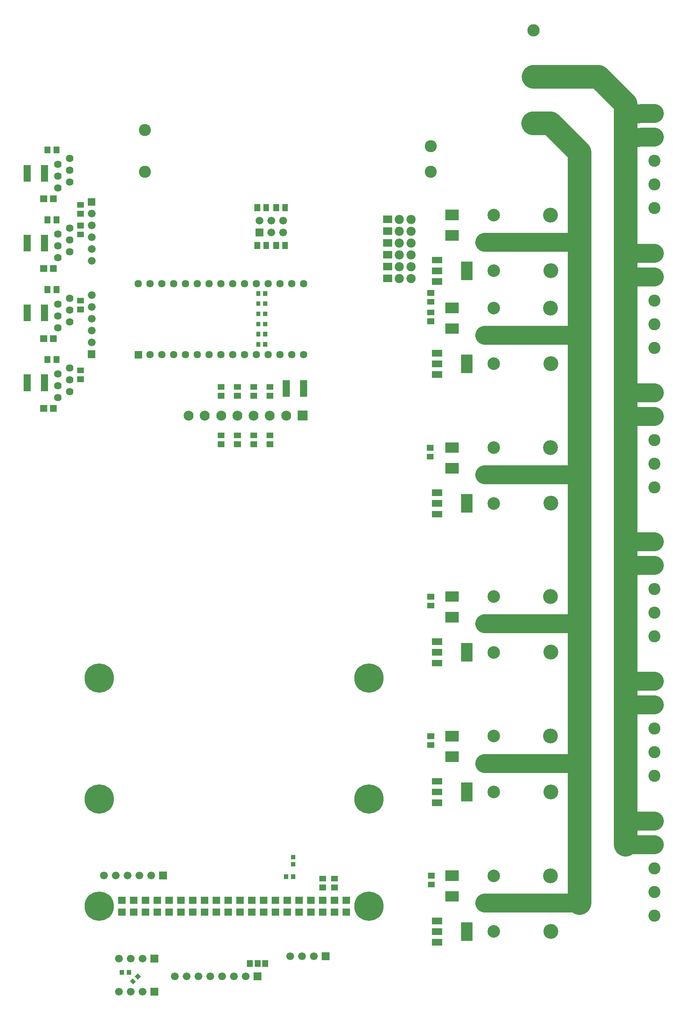
<source format=gbs>
G04 Layer: BottomSolderMaskLayer*
G04 EasyEDA v6.5.9, 2022-07-29 15:52:37*
G04 80419b3afb544e71809359e13b9e66d5,1d0123f043c44c6e98dfa3af7fe3442e,10*
G04 Gerber Generator version 0.2*
G04 Scale: 100 percent, Rotated: No, Reflected: No *
G04 Dimensions in millimeters *
G04 leading zeros omitted , absolute positions ,4 integer and 5 decimal *
%FSLAX45Y45*%
%MOMM*%

%ADD10C,4.1016*%
%ADD11C,5.1016*%
%ADD12C,3.2032*%
%ADD13C,1.6764*%
%ADD14C,2.6416*%
%ADD15C,1.9766*%
%ADD16C,2.7032*%
%ADD17C,2.6016*%
%ADD18C,1.6256*%
%ADD19C,6.3017*%
%ADD20C,2.1336*%
%ADD21C,1.6096*%
%ADD22C,2.6000*%
%ADD23C,0.0106*%

%LPD*%
D10*
X13799997Y3823995D02*
G01*
X13182600Y3823995D01*
X13799997Y4331995D02*
G01*
X13182600Y4331995D01*
X13800074Y6823963D02*
G01*
X13182600Y6824979D01*
X13800074Y7331963D02*
G01*
X13182600Y7331963D01*
X13800000Y9824001D02*
G01*
X13182600Y9824001D01*
X13182600Y9815827D01*
X13800000Y10332001D02*
G01*
X13182600Y10332001D01*
X13182600Y10337195D01*
X13800000Y13023999D02*
G01*
X13182600Y13023999D01*
X13182600Y13017563D01*
X13800074Y13532104D02*
G01*
X13182600Y13533881D01*
X13800074Y16024097D02*
G01*
X13182600Y16022066D01*
X13800074Y16532097D02*
G01*
X13182600Y16530066D01*
X13800074Y19532092D02*
G01*
X13182600Y19530821D01*
X13800074Y19024092D02*
G01*
X13182600Y19022821D01*
X10150017Y14767991D02*
G01*
X12192000Y14767991D01*
X10150017Y11767997D02*
G01*
X12192000Y11767997D01*
X10150017Y8568004D02*
G01*
X12192000Y8568004D01*
X10150017Y5568010D02*
G01*
X12192000Y5568010D01*
X10150017Y2567990D02*
G01*
X12192000Y2567990D01*
X10150017Y16767987D02*
G01*
X12192000Y16767987D01*
D11*
X11201400Y20320000D02*
G01*
X12598400Y20320000D01*
X13182600Y19735800D01*
X13182600Y3822692D01*
X11197793Y19320002D02*
G01*
X11566397Y19320002D01*
X12192000Y18694400D01*
X12192000Y2565394D01*
D12*
X10150017Y5568010D02*
G01*
X10150017Y5568010D01*
X10150017Y2567990D02*
G01*
X10150017Y2567990D01*
X10150017Y16767987D02*
G01*
X10150017Y16767987D01*
X10150017Y14767991D02*
G01*
X10150017Y14767991D01*
X10150017Y11767997D02*
G01*
X10150017Y11767997D01*
X10150017Y8568004D02*
G01*
X10150017Y8568004D01*
G36*
X2590291Y820165D02*
G01*
X2521965Y888492D01*
X2586227Y952754D01*
X2654554Y884428D01*
G37*
G36*
X2696972Y926845D02*
G01*
X2628645Y995171D01*
X2692908Y1059434D01*
X2761234Y991107D01*
G37*
G36*
X2455672Y1031239D02*
G01*
X2455672Y1127760D01*
X2546350Y1127760D01*
X2546350Y1031239D01*
G37*
G36*
X2305050Y1031239D02*
G01*
X2305050Y1127760D01*
X2395727Y1127760D01*
X2395727Y1031239D01*
G37*
G36*
X6847586Y3031997D02*
G01*
X6847586Y3155442D01*
X6995413Y3155442D01*
X6995413Y3031997D01*
G37*
G36*
X6847586Y2838957D02*
G01*
X6847586Y2962402D01*
X6995413Y2962402D01*
X6995413Y2838957D01*
G37*
G36*
X6593586Y3031997D02*
G01*
X6593586Y3155442D01*
X6741413Y3155442D01*
X6741413Y3031997D01*
G37*
G36*
X6593586Y2838957D02*
G01*
X6593586Y2962402D01*
X6741413Y2962402D01*
X6741413Y2838957D01*
G37*
G36*
X802386Y17627345D02*
G01*
X802386Y17772634D01*
X953515Y17772634D01*
X953515Y17627345D01*
G37*
G36*
X596392Y17627345D02*
G01*
X596392Y17772634D01*
X747521Y17772634D01*
X747521Y17627345D01*
G37*
G36*
X802386Y16127476D02*
G01*
X802386Y16272763D01*
X953515Y16272763D01*
X953515Y16127476D01*
G37*
G36*
X596392Y16127476D02*
G01*
X596392Y16272763D01*
X747521Y16272763D01*
X747521Y16127476D01*
G37*
G36*
X802386Y14627352D02*
G01*
X802386Y14772639D01*
X953515Y14772639D01*
X953515Y14627352D01*
G37*
G36*
X596392Y14627352D02*
G01*
X596392Y14772639D01*
X747521Y14772639D01*
X747521Y14627352D01*
G37*
G36*
X802386Y13127228D02*
G01*
X802386Y13272516D01*
X953515Y13272516D01*
X953515Y13127228D01*
G37*
G36*
X596392Y13127228D02*
G01*
X596392Y13272516D01*
X747521Y13272516D01*
X747521Y13127228D01*
G37*
G36*
X5984240Y3359150D02*
G01*
X5984240Y3449828D01*
X6080759Y3449828D01*
X6080759Y3359150D01*
G37*
G36*
X5984240Y3509771D02*
G01*
X5984240Y3600450D01*
X6080759Y3600450D01*
X6080759Y3509771D01*
G37*
G36*
X5986272Y3088639D02*
G01*
X5986272Y3185160D01*
X6076950Y3185160D01*
X6076950Y3088639D01*
G37*
G36*
X5835650Y3088639D02*
G01*
X5835650Y3185160D01*
X5926327Y3185160D01*
X5926327Y3088639D01*
G37*
G36*
X5394197Y16626586D02*
G01*
X5394197Y16774413D01*
X5517641Y16774413D01*
X5517641Y16626586D01*
G37*
G36*
X5201158Y16626586D02*
G01*
X5201158Y16774413D01*
X5324602Y16774413D01*
X5324602Y16626586D01*
G37*
G36*
X5394197Y17439386D02*
G01*
X5394197Y17587213D01*
X5517641Y17587213D01*
X5517641Y17439386D01*
G37*
G36*
X5201158Y17439386D02*
G01*
X5201158Y17587213D01*
X5324602Y17587213D01*
X5324602Y17439386D01*
G37*
G36*
X5800597Y16626586D02*
G01*
X5800597Y16774413D01*
X5924041Y16774413D01*
X5924041Y16626586D01*
G37*
G36*
X5607558Y16626586D02*
G01*
X5607558Y16774413D01*
X5731002Y16774413D01*
X5731002Y16626586D01*
G37*
G36*
X5800597Y17439386D02*
G01*
X5800597Y17587213D01*
X5924041Y17587213D01*
X5924041Y17439386D01*
G37*
G36*
X5607558Y17439386D02*
G01*
X5607558Y17587213D01*
X5731002Y17587213D01*
X5731002Y17439386D01*
G37*
G36*
X5389372Y15618460D02*
G01*
X5389372Y15714979D01*
X5480050Y15714979D01*
X5480050Y15618460D01*
G37*
G36*
X5238750Y15618460D02*
G01*
X5238750Y15714979D01*
X5329427Y15714979D01*
X5329427Y15618460D01*
G37*
G36*
X5389372Y15400020D02*
G01*
X5389372Y15496539D01*
X5480050Y15496539D01*
X5480050Y15400020D01*
G37*
G36*
X5238750Y15400020D02*
G01*
X5238750Y15496539D01*
X5329427Y15496539D01*
X5329427Y15400020D01*
G37*
G36*
X5389372Y15181579D02*
G01*
X5389372Y15278100D01*
X5480050Y15278100D01*
X5480050Y15181579D01*
G37*
G36*
X5238750Y15181579D02*
G01*
X5238750Y15278100D01*
X5329427Y15278100D01*
X5329427Y15181579D01*
G37*
G36*
X5389372Y14963139D02*
G01*
X5389372Y15059660D01*
X5480050Y15059660D01*
X5480050Y14963139D01*
G37*
G36*
X5238750Y14963139D02*
G01*
X5238750Y15059660D01*
X5329427Y15059660D01*
X5329427Y14963139D01*
G37*
G36*
X5389372Y14744700D02*
G01*
X5389372Y14841220D01*
X5480050Y14841220D01*
X5480050Y14744700D01*
G37*
G36*
X5238750Y14744700D02*
G01*
X5238750Y14841220D01*
X5329427Y14841220D01*
X5329427Y14744700D01*
G37*
G36*
X5389372Y14526260D02*
G01*
X5389372Y14622779D01*
X5480050Y14622779D01*
X5480050Y14526260D01*
G37*
G36*
X5238750Y14526260D02*
G01*
X5238750Y14622779D01*
X5329427Y14622779D01*
X5329427Y14526260D01*
G37*
G36*
X1386586Y17509998D02*
G01*
X1386586Y17633442D01*
X1534413Y17633442D01*
X1534413Y17509998D01*
G37*
G36*
X1386586Y17316958D02*
G01*
X1386586Y17440402D01*
X1534413Y17440402D01*
X1534413Y17316958D01*
G37*
G36*
X1386586Y16872458D02*
G01*
X1386586Y16995902D01*
X1534413Y16995902D01*
X1534413Y16872458D01*
G37*
G36*
X1386586Y17065498D02*
G01*
X1386586Y17188942D01*
X1534413Y17188942D01*
X1534413Y17065498D01*
G37*
G36*
X1386586Y15259557D02*
G01*
X1386586Y15383002D01*
X1534413Y15383002D01*
X1534413Y15259557D01*
G37*
G36*
X1386586Y15452597D02*
G01*
X1386586Y15576042D01*
X1534413Y15576042D01*
X1534413Y15452597D01*
G37*
G36*
X1386586Y13760957D02*
G01*
X1386586Y13884402D01*
X1534413Y13884402D01*
X1534413Y13760957D01*
G37*
G36*
X1386586Y13953997D02*
G01*
X1386586Y14077442D01*
X1534413Y14077442D01*
X1534413Y13953997D01*
G37*
G36*
X5460745Y13598397D02*
G01*
X5460745Y13721842D01*
X5608574Y13721842D01*
X5608574Y13598397D01*
G37*
G36*
X5460745Y13405357D02*
G01*
X5460745Y13528802D01*
X5608574Y13528802D01*
X5608574Y13405357D01*
G37*
G36*
X5460745Y12556997D02*
G01*
X5460745Y12680442D01*
X5608574Y12680442D01*
X5608574Y12556997D01*
G37*
G36*
X5460745Y12363958D02*
G01*
X5460745Y12487402D01*
X5608574Y12487402D01*
X5608574Y12363958D01*
G37*
G36*
X5112765Y12556997D02*
G01*
X5112765Y12680442D01*
X5260593Y12680442D01*
X5260593Y12556997D01*
G37*
G36*
X5112765Y12363958D02*
G01*
X5112765Y12487402D01*
X5260593Y12487402D01*
X5260593Y12363958D01*
G37*
G36*
X5112765Y13598397D02*
G01*
X5112765Y13721842D01*
X5260593Y13721842D01*
X5260593Y13598397D01*
G37*
G36*
X5112765Y13405357D02*
G01*
X5112765Y13528802D01*
X5260593Y13528802D01*
X5260593Y13405357D01*
G37*
G36*
X4762245Y12556997D02*
G01*
X4762245Y12680442D01*
X4910074Y12680442D01*
X4910074Y12556997D01*
G37*
G36*
X4762245Y12363958D02*
G01*
X4762245Y12487402D01*
X4910074Y12487402D01*
X4910074Y12363958D01*
G37*
G36*
X4762245Y13598397D02*
G01*
X4762245Y13721842D01*
X4910074Y13721842D01*
X4910074Y13598397D01*
G37*
G36*
X4762245Y13405357D02*
G01*
X4762245Y13528802D01*
X4910074Y13528802D01*
X4910074Y13405357D01*
G37*
G36*
X4411725Y12556997D02*
G01*
X4411725Y12680442D01*
X4559554Y12680442D01*
X4559554Y12556997D01*
G37*
G36*
X4411725Y12363958D02*
G01*
X4411725Y12487402D01*
X4559554Y12487402D01*
X4559554Y12363958D01*
G37*
G36*
X4411725Y13598397D02*
G01*
X4411725Y13721842D01*
X4559554Y13721842D01*
X4559554Y13598397D01*
G37*
G36*
X4411725Y13405357D02*
G01*
X4411725Y13528802D01*
X4559554Y13528802D01*
X4559554Y13405357D01*
G37*
G36*
X8917686Y15424657D02*
G01*
X8917686Y15548102D01*
X9065513Y15548102D01*
X9065513Y15424657D01*
G37*
G36*
X8917686Y15617697D02*
G01*
X8917686Y15741142D01*
X9065513Y15741142D01*
X9065513Y15617697D01*
G37*
G36*
X8917686Y15198597D02*
G01*
X8917686Y15322042D01*
X9065513Y15322042D01*
X9065513Y15198597D01*
G37*
G36*
X8917686Y15005557D02*
G01*
X8917686Y15129002D01*
X9065513Y15129002D01*
X9065513Y15005557D01*
G37*
G36*
X8904986Y12290297D02*
G01*
X8904986Y12413742D01*
X9052813Y12413742D01*
X9052813Y12290297D01*
G37*
G36*
X8904986Y12097258D02*
G01*
X8904986Y12220702D01*
X9052813Y12220702D01*
X9052813Y12097258D01*
G37*
G36*
X8917686Y9089897D02*
G01*
X8917686Y9213342D01*
X9065513Y9213342D01*
X9065513Y9089897D01*
G37*
G36*
X8917686Y8896858D02*
G01*
X8917686Y9020302D01*
X9065513Y9020302D01*
X9065513Y8896858D01*
G37*
G36*
X8917686Y6092697D02*
G01*
X8917686Y6216142D01*
X9065513Y6216142D01*
X9065513Y6092697D01*
G37*
G36*
X8917686Y5899657D02*
G01*
X8917686Y6023102D01*
X9065513Y6023102D01*
X9065513Y5899657D01*
G37*
G36*
X8930386Y3095497D02*
G01*
X8930386Y3218942D01*
X9078213Y3218942D01*
X9078213Y3095497D01*
G37*
G36*
X8930386Y2902457D02*
G01*
X8930386Y3025902D01*
X9078213Y3025902D01*
X9078213Y2902457D01*
G37*
G36*
X5809741Y13447013D02*
G01*
X5809741Y13807186D01*
X5960618Y13807186D01*
X5960618Y13447013D01*
G37*
G36*
X6180581Y13447013D02*
G01*
X6180581Y13807186D01*
X6331458Y13807186D01*
X6331458Y13447013D01*
G37*
G36*
X884681Y18676112D02*
G01*
X884681Y18823939D01*
X1008126Y18823939D01*
X1008126Y18676112D01*
G37*
G36*
X691642Y18676112D02*
G01*
X691642Y18823939D01*
X815086Y18823939D01*
X815086Y18676112D01*
G37*
G36*
X884681Y17175987D02*
G01*
X884681Y17323816D01*
X1008126Y17323816D01*
X1008126Y17175987D01*
G37*
G36*
X691642Y17175987D02*
G01*
X691642Y17323816D01*
X815086Y17323816D01*
X815086Y17175987D01*
G37*
G36*
X884681Y15676118D02*
G01*
X884681Y15823945D01*
X1008126Y15823945D01*
X1008126Y15676118D01*
G37*
G36*
X691642Y15676118D02*
G01*
X691642Y15823945D01*
X815086Y15823945D01*
X815086Y15676118D01*
G37*
G36*
X884681Y14175994D02*
G01*
X884681Y14323821D01*
X1008126Y14323821D01*
X1008126Y14175994D01*
G37*
G36*
X691642Y14175994D02*
G01*
X691642Y14323821D01*
X815086Y14323821D01*
X815086Y14175994D01*
G37*
G36*
X609854Y16569944D02*
G01*
X609854Y16930116D01*
X760729Y16930116D01*
X760729Y16569944D01*
G37*
G36*
X239268Y16569944D02*
G01*
X239268Y16930116D01*
X390144Y16930116D01*
X390144Y16569944D01*
G37*
G36*
X609854Y18070068D02*
G01*
X609854Y18429986D01*
X760729Y18429986D01*
X760729Y18070068D01*
G37*
G36*
X239268Y18070068D02*
G01*
X239268Y18429986D01*
X390144Y18429986D01*
X390144Y18070068D01*
G37*
G36*
X609854Y15070074D02*
G01*
X609854Y15429992D01*
X760729Y15429992D01*
X760729Y15070074D01*
G37*
G36*
X239268Y15070074D02*
G01*
X239268Y15429992D01*
X390144Y15429992D01*
X390144Y15070074D01*
G37*
G36*
X609854Y13569950D02*
G01*
X609854Y13930121D01*
X760729Y13930121D01*
X760729Y13569950D01*
G37*
G36*
X239268Y13569950D02*
G01*
X239268Y13930121D01*
X390144Y13930121D01*
X390144Y13569950D01*
G37*
G36*
X5373877Y1196086D02*
G01*
X5373877Y1343913D01*
X5497322Y1343913D01*
X5497322Y1196086D01*
G37*
G36*
X5208777Y1196086D02*
G01*
X5208777Y1343913D01*
X5332222Y1343913D01*
X5332222Y1196086D01*
G37*
G36*
X5043677Y1196086D02*
G01*
X5043677Y1343913D01*
X5167122Y1343913D01*
X5167122Y1196086D01*
G37*
G36*
X9307829Y5599937D02*
G01*
X9307829Y5825997D01*
X9592309Y5825997D01*
X9592309Y5599937D01*
G37*
G36*
X9307829Y6041897D02*
G01*
X9307829Y6267957D01*
X9592309Y6267957D01*
X9592309Y6041897D01*
G37*
G36*
X9307829Y2599944D02*
G01*
X9307829Y2826004D01*
X9592309Y2826004D01*
X9592309Y2599944D01*
G37*
G36*
X9307829Y3041904D02*
G01*
X9307829Y3267963D01*
X9592309Y3267963D01*
X9592309Y3041904D01*
G37*
G36*
X9642347Y4754879D02*
G01*
X9642347Y5155184D01*
X9892538Y5155184D01*
X9892538Y4754879D01*
G37*
G36*
X9022334Y4884928D02*
G01*
X9022334Y5025136D01*
X9242552Y5025136D01*
X9242552Y4884928D01*
G37*
G36*
X9022334Y5114797D02*
G01*
X9022334Y5255260D01*
X9242552Y5255260D01*
X9242552Y5114797D01*
G37*
G36*
X9022334Y4654804D02*
G01*
X9022334Y4795265D01*
X9242552Y4795265D01*
X9242552Y4654804D01*
G37*
G36*
X9642347Y1754886D02*
G01*
X9642347Y2155189D01*
X9892538Y2155189D01*
X9892538Y1754886D01*
G37*
G36*
X9022334Y1884934D02*
G01*
X9022334Y2025142D01*
X9242552Y2025142D01*
X9242552Y1884934D01*
G37*
G36*
X9022334Y2114804D02*
G01*
X9022334Y2255265D01*
X9242552Y2255265D01*
X9242552Y2114804D01*
G37*
G36*
X9022334Y1654810D02*
G01*
X9022334Y1795271D01*
X9242552Y1795271D01*
X9242552Y1654810D01*
G37*
G36*
X9307829Y16800068D02*
G01*
X9307829Y17026128D01*
X9592309Y17026128D01*
X9592309Y16800068D01*
G37*
G36*
X9307829Y17242028D02*
G01*
X9307829Y17468087D01*
X9592309Y17468087D01*
X9592309Y17242028D01*
G37*
G36*
X9307829Y14800071D02*
G01*
X9307829Y15026131D01*
X9592309Y15026131D01*
X9592309Y14800071D01*
G37*
G36*
X9307829Y15242031D02*
G01*
X9307829Y15468092D01*
X9592309Y15468092D01*
X9592309Y15242031D01*
G37*
G36*
X9307829Y11800078D02*
G01*
X9307829Y12026137D01*
X9592309Y12026137D01*
X9592309Y11800078D01*
G37*
G36*
X9307829Y12242037D02*
G01*
X9307829Y12468097D01*
X9592309Y12468097D01*
X9592309Y12242037D01*
G37*
G36*
X9307829Y8599931D02*
G01*
X9307829Y8825992D01*
X9592309Y8825992D01*
X9592309Y8599931D01*
G37*
G36*
X9307829Y9041892D02*
G01*
X9307829Y9267952D01*
X9592309Y9267952D01*
X9592309Y9041892D01*
G37*
G36*
X9642347Y15954755D02*
G01*
X9642347Y16355060D01*
X9892538Y16355060D01*
X9892538Y15954755D01*
G37*
G36*
X9022334Y16084804D02*
G01*
X9022334Y16225266D01*
X9242552Y16225266D01*
X9242552Y16084804D01*
G37*
G36*
X9022334Y16314928D02*
G01*
X9022334Y16455136D01*
X9242552Y16455136D01*
X9242552Y16314928D01*
G37*
G36*
X9022334Y15854934D02*
G01*
X9022334Y15995142D01*
X9242552Y15995142D01*
X9242552Y15854934D01*
G37*
G36*
X9642347Y13954760D02*
G01*
X9642347Y14355063D01*
X9892538Y14355063D01*
X9892538Y13954760D01*
G37*
G36*
X9022334Y14084807D02*
G01*
X9022334Y14225270D01*
X9242552Y14225270D01*
X9242552Y14084807D01*
G37*
G36*
X9022334Y14314931D02*
G01*
X9022334Y14455139D01*
X9242552Y14455139D01*
X9242552Y14314931D01*
G37*
G36*
X9022334Y13854937D02*
G01*
X9022334Y13995145D01*
X9242552Y13995145D01*
X9242552Y13854937D01*
G37*
G36*
X9642347Y10954765D02*
G01*
X9642347Y11355070D01*
X9892538Y11355070D01*
X9892538Y10954765D01*
G37*
G36*
X9022334Y11084813D02*
G01*
X9022334Y11225276D01*
X9242552Y11225276D01*
X9242552Y11084813D01*
G37*
G36*
X9022334Y11314937D02*
G01*
X9022334Y11455145D01*
X9242552Y11455145D01*
X9242552Y11314937D01*
G37*
G36*
X9022334Y10854944D02*
G01*
X9022334Y10995152D01*
X9242552Y10995152D01*
X9242552Y10854944D01*
G37*
G36*
X9642347Y7754873D02*
G01*
X9642347Y8155178D01*
X9892538Y8155178D01*
X9892538Y7754873D01*
G37*
G36*
X9022334Y7884921D02*
G01*
X9022334Y8025129D01*
X9242552Y8025129D01*
X9242552Y7884921D01*
G37*
G36*
X9022334Y8114792D02*
G01*
X9022334Y8255254D01*
X9242552Y8255254D01*
X9242552Y8114792D01*
G37*
G36*
X9022334Y7654797D02*
G01*
X9022334Y7795260D01*
X9242552Y7795260D01*
X9242552Y7654797D01*
G37*
D13*
G01*
X1968500Y3162300D03*
G01*
X2222500Y3162300D03*
G01*
X2476500Y3162300D03*
G01*
X2730500Y3162300D03*
G01*
X2984500Y3162300D03*
G36*
X3154679Y3078479D02*
G01*
X3154679Y3246120D01*
X3322320Y3246120D01*
X3322320Y3078479D01*
G37*
D14*
G01*
X11201400Y21319998D03*
G01*
X11201400Y20320000D03*
G01*
X11197793Y19320002D03*
D13*
G01*
X5816600Y17233900D03*
G01*
X5816600Y16979900D03*
G01*
X5562600Y17233900D03*
G01*
X5562600Y16979900D03*
G01*
X5308600Y17233900D03*
G36*
X5224779Y16896079D02*
G01*
X5224779Y17063720D01*
X5392420Y17063720D01*
X5392420Y16896079D01*
G37*
G36*
X7965693Y17179289D02*
G01*
X7965693Y17339310D01*
X8163306Y17339310D01*
X8163306Y17179289D01*
G37*
D15*
G01*
X8318500Y17259300D03*
G01*
X8572500Y17259300D03*
G36*
X7965693Y16925289D02*
G01*
X7965693Y17085310D01*
X8163306Y17085310D01*
X8163306Y16925289D01*
G37*
G01*
X8318500Y17005300D03*
G01*
X8572500Y17005300D03*
G36*
X7965693Y16671289D02*
G01*
X7965693Y16831310D01*
X8163306Y16831310D01*
X8163306Y16671289D01*
G37*
G01*
X8318500Y16751300D03*
G01*
X8572500Y16751300D03*
G36*
X7965693Y16417289D02*
G01*
X7965693Y16577310D01*
X8163306Y16577310D01*
X8163306Y16417289D01*
G37*
G01*
X8318500Y16497300D03*
G01*
X8572500Y16497300D03*
G36*
X7965693Y16163289D02*
G01*
X7965693Y16323310D01*
X8163306Y16323310D01*
X8163306Y16163289D01*
G37*
G01*
X8318500Y16243300D03*
G01*
X8572500Y16243300D03*
G36*
X7965693Y15909289D02*
G01*
X7965693Y16069310D01*
X8163306Y16069310D01*
X8163306Y15909289D01*
G37*
G01*
X8318500Y15989300D03*
G01*
X8572500Y15989300D03*
D16*
G01*
X10350017Y6155004D03*
G01*
X10350017Y4955006D03*
D12*
G01*
X11570004Y6155004D03*
G01*
X11574805Y4958410D03*
D16*
G01*
X10350017Y3154984D03*
G01*
X10350017Y1954987D03*
D12*
G01*
X11570004Y3154984D03*
G01*
X11574805Y1958390D03*
D17*
G01*
X13799997Y17499990D03*
G01*
X13799997Y18007990D03*
G01*
X13799997Y18515990D03*
G01*
X13799997Y19023990D03*
G01*
X13799997Y19531990D03*
G01*
X13799997Y14499996D03*
G01*
X13799997Y15007996D03*
G01*
X13799997Y15515996D03*
G01*
X13799997Y16023996D03*
G01*
X13799997Y16531996D03*
G01*
X13799997Y11500002D03*
G01*
X13799997Y12008002D03*
G01*
X13799997Y12516002D03*
G01*
X13799997Y13024002D03*
G01*
X13799997Y13532002D03*
G01*
X13799997Y8300008D03*
G01*
X13799997Y8808008D03*
G01*
X13799997Y9316008D03*
G01*
X13799997Y9824008D03*
G01*
X13799997Y10332008D03*
G01*
X13799997Y5299989D03*
G01*
X13799997Y5807989D03*
G01*
X13799997Y6315989D03*
G01*
X13799997Y6823989D03*
G01*
X13799997Y7331989D03*
G01*
X13799997Y2299995D03*
G01*
X13799997Y2807995D03*
G01*
X13799997Y3315995D03*
G01*
X13799997Y3823995D03*
G01*
X13799997Y4331995D03*
D13*
G01*
X1699996Y16364991D03*
G01*
X1699996Y16618991D03*
G01*
X1699996Y16872991D03*
G01*
X1699996Y17126991D03*
G01*
X1699996Y17380991D03*
G36*
X1616202Y17551145D02*
G01*
X1616202Y17718786D01*
X1783842Y17718786D01*
X1783842Y17551145D01*
G37*
G01*
X1699996Y15634995D03*
G01*
X1699996Y15380995D03*
G01*
X1699996Y15126995D03*
G01*
X1699996Y14872995D03*
G01*
X1699996Y14618995D03*
G36*
X1616202Y14281150D02*
G01*
X1616202Y14448789D01*
X1783842Y14448789D01*
X1783842Y14281150D01*
G37*
D18*
G01*
X1226997Y18567501D03*
G01*
X972997Y18440501D03*
G01*
X1226997Y18313501D03*
G01*
X972997Y18186501D03*
G01*
X1226997Y18059501D03*
G01*
X972997Y17932501D03*
G01*
X1226997Y17067504D03*
G01*
X972997Y16940504D03*
G01*
X1226997Y16813504D03*
G01*
X972997Y16686504D03*
G01*
X1226997Y16559504D03*
G01*
X972997Y16432504D03*
G01*
X1226997Y15567507D03*
G01*
X972997Y15440507D03*
G01*
X1226997Y15313507D03*
G01*
X972997Y15186507D03*
G01*
X1226997Y15059507D03*
G01*
X972997Y14932507D03*
G01*
X1226997Y14067510D03*
G01*
X972997Y13940510D03*
G01*
X1226997Y13813510D03*
G01*
X972997Y13686510D03*
G01*
X1226997Y13559510D03*
G01*
X972997Y13432510D03*
D19*
G01*
X7663992Y7399477D03*
G01*
X1865172Y7399477D03*
G01*
X1865172Y2499817D03*
G01*
X7663992Y2499817D03*
G36*
X7096252Y2546857D02*
G01*
X7096252Y2706878D01*
X7256272Y2706878D01*
X7256272Y2546857D01*
G37*
G36*
X6842252Y2546857D02*
G01*
X6842252Y2706878D01*
X7002272Y2706878D01*
X7002272Y2546857D01*
G37*
G36*
X6588252Y2546857D02*
G01*
X6588252Y2706878D01*
X6748272Y2706878D01*
X6748272Y2546857D01*
G37*
G36*
X6334252Y2546857D02*
G01*
X6334252Y2706878D01*
X6494272Y2706878D01*
X6494272Y2546857D01*
G37*
G36*
X6080252Y2546857D02*
G01*
X6080252Y2706878D01*
X6240272Y2706878D01*
X6240272Y2546857D01*
G37*
G36*
X5826252Y2546857D02*
G01*
X5826252Y2706878D01*
X5986272Y2706878D01*
X5986272Y2546857D01*
G37*
G36*
X7096252Y2292857D02*
G01*
X7096252Y2452878D01*
X7256272Y2452878D01*
X7256272Y2292857D01*
G37*
G36*
X6842252Y2292857D02*
G01*
X6842252Y2452878D01*
X7002272Y2452878D01*
X7002272Y2292857D01*
G37*
G36*
X6588252Y2292857D02*
G01*
X6588252Y2452878D01*
X6748272Y2452878D01*
X6748272Y2292857D01*
G37*
G36*
X6334252Y2292857D02*
G01*
X6334252Y2452878D01*
X6494272Y2452878D01*
X6494272Y2292857D01*
G37*
G36*
X6080252Y2292857D02*
G01*
X6080252Y2452878D01*
X6240272Y2452878D01*
X6240272Y2292857D01*
G37*
G36*
X5826252Y2292857D02*
G01*
X5826252Y2452878D01*
X5986272Y2452878D01*
X5986272Y2292857D01*
G37*
G36*
X5572252Y2546857D02*
G01*
X5572252Y2706878D01*
X5732272Y2706878D01*
X5732272Y2546857D01*
G37*
G36*
X5572252Y2292857D02*
G01*
X5572252Y2452878D01*
X5732272Y2452878D01*
X5732272Y2292857D01*
G37*
G36*
X5318252Y2546857D02*
G01*
X5318252Y2706878D01*
X5478272Y2706878D01*
X5478272Y2546857D01*
G37*
G36*
X5064252Y2546857D02*
G01*
X5064252Y2706878D01*
X5224272Y2706878D01*
X5224272Y2546857D01*
G37*
G36*
X4810252Y2546857D02*
G01*
X4810252Y2706878D01*
X4970272Y2706878D01*
X4970272Y2546857D01*
G37*
G36*
X4556252Y2546857D02*
G01*
X4556252Y2706878D01*
X4716272Y2706878D01*
X4716272Y2546857D01*
G37*
G36*
X4302252Y2546857D02*
G01*
X4302252Y2706878D01*
X4462272Y2706878D01*
X4462272Y2546857D01*
G37*
G36*
X4048252Y2546857D02*
G01*
X4048252Y2706878D01*
X4208272Y2706878D01*
X4208272Y2546857D01*
G37*
G36*
X5318252Y2292857D02*
G01*
X5318252Y2452878D01*
X5478272Y2452878D01*
X5478272Y2292857D01*
G37*
G36*
X5064252Y2292857D02*
G01*
X5064252Y2452878D01*
X5224272Y2452878D01*
X5224272Y2292857D01*
G37*
G36*
X4810252Y2292857D02*
G01*
X4810252Y2452878D01*
X4970272Y2452878D01*
X4970272Y2292857D01*
G37*
G36*
X4556252Y2292857D02*
G01*
X4556252Y2452878D01*
X4716272Y2452878D01*
X4716272Y2292857D01*
G37*
G36*
X4302252Y2292857D02*
G01*
X4302252Y2452878D01*
X4462272Y2452878D01*
X4462272Y2292857D01*
G37*
G36*
X4048252Y2292857D02*
G01*
X4048252Y2452878D01*
X4208272Y2452878D01*
X4208272Y2292857D01*
G37*
G36*
X3794252Y2546857D02*
G01*
X3794252Y2706878D01*
X3954272Y2706878D01*
X3954272Y2546857D01*
G37*
G36*
X3794252Y2292857D02*
G01*
X3794252Y2452878D01*
X3954272Y2452878D01*
X3954272Y2292857D01*
G37*
G36*
X3540252Y2546857D02*
G01*
X3540252Y2706878D01*
X3700272Y2706878D01*
X3700272Y2546857D01*
G37*
G36*
X3286252Y2546857D02*
G01*
X3286252Y2706878D01*
X3446272Y2706878D01*
X3446272Y2546857D01*
G37*
G36*
X3032252Y2546857D02*
G01*
X3032252Y2706878D01*
X3192272Y2706878D01*
X3192272Y2546857D01*
G37*
G36*
X2778252Y2546857D02*
G01*
X2778252Y2706878D01*
X2938272Y2706878D01*
X2938272Y2546857D01*
G37*
G36*
X2524252Y2546857D02*
G01*
X2524252Y2706878D01*
X2684272Y2706878D01*
X2684272Y2546857D01*
G37*
G36*
X2270252Y2546857D02*
G01*
X2270252Y2706878D01*
X2430272Y2706878D01*
X2430272Y2546857D01*
G37*
G36*
X3540252Y2292857D02*
G01*
X3540252Y2452878D01*
X3700272Y2452878D01*
X3700272Y2292857D01*
G37*
G36*
X3286252Y2292857D02*
G01*
X3286252Y2452878D01*
X3446272Y2452878D01*
X3446272Y2292857D01*
G37*
G36*
X3032252Y2292857D02*
G01*
X3032252Y2452878D01*
X3192272Y2452878D01*
X3192272Y2292857D01*
G37*
G36*
X2778252Y2292857D02*
G01*
X2778252Y2452878D01*
X2938272Y2452878D01*
X2938272Y2292857D01*
G37*
G36*
X2524252Y2292857D02*
G01*
X2524252Y2452878D01*
X2684272Y2452878D01*
X2684272Y2292857D01*
G37*
G36*
X2270252Y2292857D02*
G01*
X2270252Y2452878D01*
X2430272Y2452878D01*
X2430272Y2292857D01*
G37*
G36*
X6129020Y12936220D02*
G01*
X6129020Y13149579D01*
X6342379Y13149579D01*
X6342379Y12936220D01*
G37*
D20*
G01*
X5885179Y13042900D03*
G01*
X5534659Y13042900D03*
G01*
X5186679Y13042900D03*
G01*
X4836159Y13042900D03*
G01*
X4485640Y13042900D03*
G01*
X4135120Y13042900D03*
G01*
X3784600Y13042900D03*
G36*
X2964179Y1287779D02*
G01*
X2964179Y1455420D01*
X3131820Y1455420D01*
X3131820Y1287779D01*
G37*
D13*
G01*
X2794000Y1371600D03*
G01*
X2540000Y1371600D03*
G01*
X2286000Y1371600D03*
G36*
X6647179Y1338579D02*
G01*
X6647179Y1506220D01*
X6814820Y1506220D01*
X6814820Y1338579D01*
G37*
G01*
X6477000Y1422400D03*
G01*
X6223000Y1422400D03*
G01*
X5969000Y1422400D03*
G36*
X2964179Y576579D02*
G01*
X2964179Y744220D01*
X3131820Y744220D01*
X3131820Y576579D01*
G37*
G01*
X2794000Y660400D03*
G01*
X2540000Y660400D03*
G01*
X2286000Y660400D03*
G36*
X5186679Y906779D02*
G01*
X5186679Y1074420D01*
X5354320Y1074420D01*
X5354320Y906779D01*
G37*
G01*
X5016500Y990600D03*
G01*
X4762500Y990600D03*
G01*
X4508500Y990600D03*
G01*
X4254500Y990600D03*
G01*
X4000500Y990600D03*
G01*
X3746500Y990600D03*
G01*
X3492500Y990600D03*
D16*
G01*
X10350017Y17354981D03*
G01*
X10350017Y16154984D03*
D12*
G01*
X11570004Y17354981D03*
G01*
X11574805Y16158387D03*
D16*
G01*
X10350017Y15354985D03*
G01*
X10350017Y14154988D03*
D12*
G01*
X11570004Y15354985D03*
G01*
X11574805Y14158391D03*
D16*
G01*
X10350017Y12354991D03*
G01*
X10350017Y11154994D03*
D12*
G01*
X11570004Y12354991D03*
G01*
X11574805Y11158397D03*
D16*
G01*
X10350017Y9154998D03*
G01*
X10350017Y7955000D03*
D12*
G01*
X11570004Y9154998D03*
G01*
X11574805Y7958404D03*
G36*
X2624581Y14270481D02*
G01*
X2624581Y14431518D01*
X2785618Y14431518D01*
X2785618Y14270481D01*
G37*
D21*
G01*
X2959100Y14351000D03*
G01*
X3213100Y14351000D03*
G01*
X3467100Y14351000D03*
G01*
X3721100Y14351000D03*
G01*
X3975100Y14351000D03*
G01*
X4229100Y14351000D03*
G01*
X4483100Y14351000D03*
G01*
X4737100Y14351000D03*
G01*
X4991100Y14351000D03*
G01*
X5245100Y14351000D03*
G01*
X5499100Y14351000D03*
G01*
X2705100Y15875000D03*
G01*
X2959100Y15875000D03*
G01*
X3213100Y15875000D03*
G01*
X3467100Y15875000D03*
G01*
X3721100Y15875000D03*
G01*
X3975100Y15875000D03*
G01*
X4483100Y15875000D03*
G01*
X4737100Y15875000D03*
G01*
X5245100Y15875000D03*
G01*
X5499100Y15875000D03*
G01*
X4991100Y15875000D03*
G01*
X4229100Y15875000D03*
G01*
X5753100Y14351000D03*
G01*
X6007100Y14351000D03*
G01*
X6261100Y14351000D03*
G01*
X5753100Y15875000D03*
G01*
X6007100Y15875000D03*
G01*
X6261100Y15875000D03*
D22*
G01*
X2843199Y18282488D03*
G01*
X2843199Y19182486D03*
G01*
X8993200Y18282488D03*
G01*
X8993200Y18832474D03*
D19*
G01*
X7663992Y4799990D03*
G01*
X1865172Y4799990D03*
M02*

</source>
